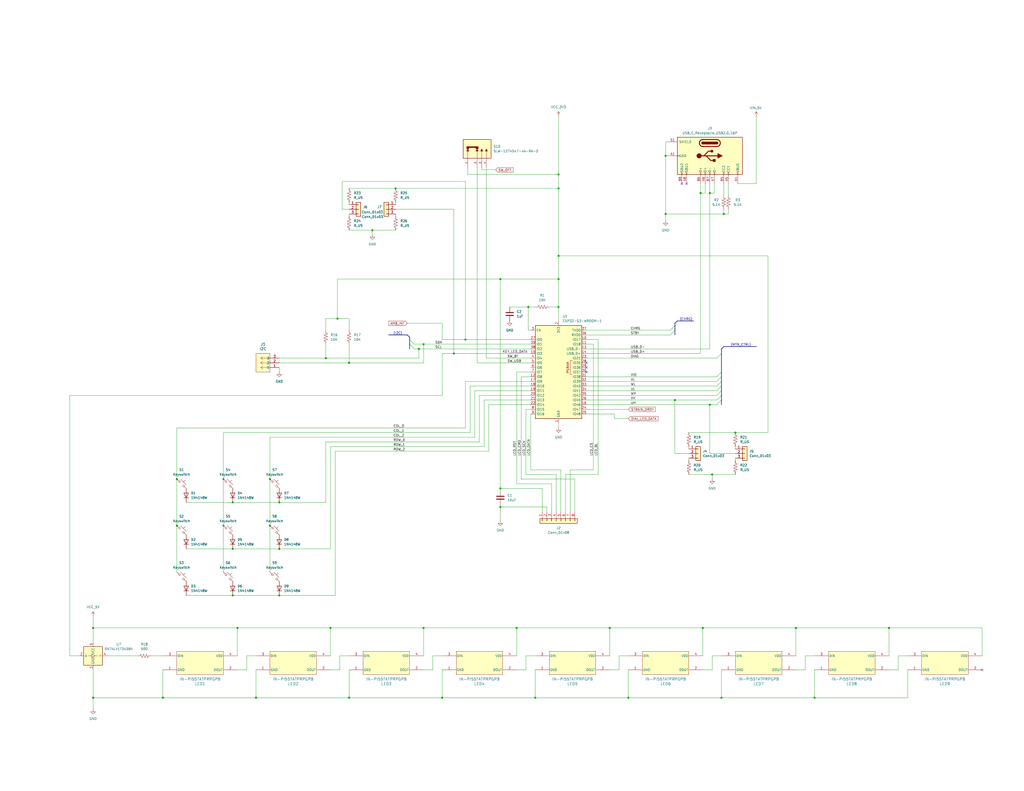
<source format=kicad_sch>
(kicad_sch (version 20231120) (generator "eeschema") (generator_version "8.0")
  (paper "C")
  (title_block (title "MCU") (date "2025-03-28") (rev "0") (company "Biro") (comment 1 "Biro 1"))
  (lib_symbols
    (symbol "Connector:USB_C_Receptacle_USB2.0_16P" (pin_names (offset 1.016))
      (property "Reference" "J" (at 0 22.225 0))
      (property "Value" "USB_C_Receptacle_USB2.0_16P" (at 0 19.685 0))
      (symbol "USB_C_Receptacle_USB2.0_16P_1_1"
        (pin passive line (at 0 -22.86 90) (length 5.08) (name "GND") (number "A1"))
        (pin passive line (at 0 -22.86 90) (length 5.08) hide (name "GND") (number "A12"))
        (pin passive line (at 15.24 15.24 180) (length 5.08) (name "VBUS") (number "A4"))
        (pin bidirectional line (at 15.24 10.16 180) (length 5.08) (name "CC1") (number "A5"))
        (pin bidirectional line (at 15.24 -2.54 180) (length 5.08) (name "D+") (number "A6"))
        (pin bidirectional line (at 15.24 2.54 180) (length 5.08) (name "D-") (number "A7"))
        (pin bidirectional line (at 15.24 -12.7 180) (length 5.08) (name "SBU1") (number "A8"))
        (pin passive line (at 15.24 15.24 180) (length 5.08) hide (name "VBUS") (number "A9"))
        (pin passive line (at 0 -22.86 90) (length 5.08) hide (name "GND") (number "B1"))
        (pin passive line (at 0 -22.86 90) (length 5.08) hide (name "GND") (number "B12"))
        (pin passive line (at 15.24 15.24 180) (length 5.08) hide (name "VBUS") (number "B4"))
        (pin bidirectional line (at 15.24 7.62 180) (length 5.08) (name "CC2") (number "B5"))
        (pin bidirectional line (at 15.24 -5.08 180) (length 5.08) (name "D+") (number "B6"))
        (pin bidirectional line (at 15.24 0 180) (length 5.08) (name "D-") (number "B7"))
        (pin bidirectional line (at 15.24 -15.24 180) (length 5.08) (name "SBU2") (number "B8"))
        (pin passive line (at 15.24 15.24 180) (length 5.08) hide (name "VBUS") (number "B9"))
        (pin passive line (at -7.62 -22.86 90) (length 5.08) (name "SHIELD") (number "S1"))
      )
    )
    (symbol "Connector_Generic:Conn_01x03" (pin_names (offset 1.016) hide)
      (property "Reference" "J" (at 0 5.08 0))
      (property "Value" "Conn_01x03" (at 0 -5.08 0))
      (symbol "Conn_01x03_1_1"
        (pin passive line (at -5.08 2.54 0) (length 3.81) (name "Pin_1") (number "1"))
        (pin passive line (at -5.08 0 0) (length 3.81) (name "Pin_2") (number "2"))
        (pin passive line (at -5.08 -2.54 0) (length 3.81) (name "Pin_3") (number "3"))
      )
    )
    (symbol "Connector_Generic:Conn_01x08" (pin_names (offset 1.016) hide)
      (property "Reference" "J" (at 0 10.16 0))
      (property "Value" "Conn_01x08" (at 0 -12.7 0))
      (symbol "Conn_01x08_1_1"
        (pin passive line (at -5.08 7.62 0) (length 3.81) (name "Pin_1") (number "1"))
        (pin passive line (at -5.08 5.08 0) (length 3.81) (name "Pin_2") (number "2"))
        (pin passive line (at -5.08 2.54 0) (length 3.81) (name "Pin_3") (number "3"))
        (pin passive line (at -5.08 0 0) (length 3.81) (name "Pin_4") (number "4"))
        (pin passive line (at -5.08 -2.54 0) (length 3.81) (name "Pin_5") (number "5"))
        (pin passive line (at -5.08 -5.08 0) (length 3.81) (name "Pin_6") (number "6"))
        (pin passive line (at -5.08 -7.62 0) (length 3.81) (name "Pin_7") (number "7"))
        (pin passive line (at -5.08 -10.16 0) (length 3.81) (name "Pin_8") (number "8"))
      )
    )
    (symbol "Device:C" (pin_numbers hide) (pin_names (offset 0.254))
      (property "Reference" "C" (at 0.635 2.54 0))
      (property "Value" "C" (at 0.635 -2.54 0))
      (symbol "C_1_1"
        (pin passive line (at 0 3.81 270) (length 2.794) (name "~") (number "1"))
        (pin passive line (at 0 -3.81 90) (length 2.794) (name "~") (number "2"))
      )
    )
    (symbol "Device:R_US" (pin_numbers hide) (pin_names (offset 0))
      (property "Reference" "R" (at 2.54 0 90))
      (property "Value" "R_US" (at -2.54 0 90))
      (symbol "R_US_1_1"
        (pin passive line (at 0 3.81 270) (length 1.27) (name "~") (number "1"))
        (pin passive line (at 0 -3.81 90) (length 1.27) (name "~") (number "2"))
      )
    )
    (symbol "Diode:1N4148W" (pin_numbers hide) (pin_names hide)
      (property "Reference" "D" (at 0 2.54 0))
      (property "Value" "1N4148W" (at 0 -2.54 0))
      (symbol "1N4148W_1_1"
        (pin passive line (at -3.81 0 0) (length 2.54) (name "K") (number "1"))
        (pin passive line (at 3.81 0 180) (length 2.54) (name "A") (number "2"))
      )
    )
    (symbol "Logic_LevelTranslator:SN74LV1T34DBV"
      (property "Reference" "U" (at 5.08 6.35 0))
      (property "Value" "SN74LV1T34DBV" (at 5.08 3.81 0))
      (symbol "SN74LV1T34DBV_1_1"
        (pin no_connect line (at -5.08 2.54 0) (length 2.54) hide (name "NC") (number "1"))
        (pin input line (at -7.62 0 0) (length 2.54) (name "A") (number "2"))
        (pin power_in line (at 0 -7.62 90) (length 2.54) (name "GND") (number "3"))
        (pin output line (at 7.62 0 180) (length 2.54) (name "Y") (number "4"))
        (pin power_in line (at 0 7.62 270) (length 2.54) (name "VCC") (number "5"))
      )
    )
    (symbol "RF_Module:ESP32-S3-WROOM-1"
      (property "Reference" "U" (at -12.7 26.67 0))
      (property "Value" "ESP32-S3-WROOM-1" (at 12.7 26.67 0))
      (symbol "ESP32-S3-WROOM-1_0_0"
        (text "PSRAM" (at 5.08 2.54 900) (effects (font (size 1.27 1.27))))
      )
      (symbol "ESP32-S3-WROOM-1_1_1"
        (pin power_in line (at 0 -27.94 90) (length 2.54) (name "GND") (number "1"))
        (pin bidirectional line (at 15.24 17.78 180) (length 2.54) (name "IO17") (number "10"))
        (pin bidirectional line (at 15.24 15.24 180) (length 2.54) (name "IO18") (number "11"))
        (pin bidirectional line (at -15.24 -2.54 0) (length 2.54) (name "IO8") (number "12"))
        (pin bidirectional line (at 15.24 12.7 180) (length 2.54) (name "USB_D-") (number "13"))
        (pin bidirectional line (at 15.24 10.16 180) (length 2.54) (name "USB_D+") (number "14"))
        (pin bidirectional line (at -15.24 10.16 0) (length 2.54) (name "IO3") (number "15"))
        (pin bidirectional line (at 15.24 -17.78 180) (length 2.54) (name "IO46") (number "16"))
        (pin bidirectional line (at -15.24 -5.08 0) (length 2.54) (name "IO9") (number "17"))
        (pin bidirectional line (at -15.24 -7.62 0) (length 2.54) (name "IO10") (number "18"))
        (pin bidirectional line (at -15.24 -10.16 0) (length 2.54) (name "IO11") (number "19"))
        (pin power_in line (at 0 27.94 270) (length 2.54) (name "3V3") (number "2"))
        (pin bidirectional line (at -15.24 -12.7 0) (length 2.54) (name "IO12") (number "20"))
        (pin bidirectional line (at -15.24 -15.24 0) (length 2.54) (name "IO13") (number "21"))
        (pin bidirectional line (at -15.24 -17.78 0) (length 2.54) (name "IO14") (number "22"))
        (pin bidirectional line (at 15.24 7.62 180) (length 2.54) (name "IO21") (number "23"))
        (pin bidirectional line (at 15.24 -20.32 180) (length 2.54) (name "IO47") (number "24"))
        (pin bidirectional line (at 15.24 -22.86 180) (length 2.54) (name "IO48") (number "25"))
        (pin bidirectional line (at 15.24 -15.24 180) (length 2.54) (name "IO45") (number "26"))
        (pin bidirectional line (at -15.24 17.78 0) (length 2.54) (name "IO0") (number "27"))
        (pin bidirectional line (at 15.24 5.08 180) (length 2.54) (name "IO35") (number "28"))
        (pin bidirectional line (at 15.24 2.54 180) (length 2.54) (name "IO36") (number "29"))
        (pin input line (at -15.24 22.86 0) (length 2.54) (name "EN") (number "3"))
        (pin bidirectional line (at 15.24 0 180) (length 2.54) (name "IO37") (number "30"))
        (pin bidirectional line (at 15.24 -2.54 180) (length 2.54) (name "IO38") (number "31"))
        (pin bidirectional line (at 15.24 -5.08 180) (length 2.54) (name "IO39") (number "32"))
        (pin bidirectional line (at 15.24 -7.62 180) (length 2.54) (name "IO40") (number "33"))
        (pin bidirectional line (at 15.24 -10.16 180) (length 2.54) (name "IO41") (number "34"))
        (pin bidirectional line (at 15.24 -12.7 180) (length 2.54) (name "IO42") (number "35"))
        (pin bidirectional line (at 15.24 20.32 180) (length 2.54) (name "RXD0") (number "36"))
        (pin bidirectional line (at 15.24 22.86 180) (length 2.54) (name "TXD0") (number "37"))
        (pin bidirectional line (at -15.24 12.7 0) (length 2.54) (name "IO2") (number "38"))
        (pin bidirectional line (at -15.24 15.24 0) (length 2.54) (name "IO1") (number "39"))
        (pin bidirectional line (at -15.24 7.62 0) (length 2.54) (name "IO4") (number "4"))
        (pin passive line (at 0 -27.94 90) (length 2.54) hide (name "GND") (number "40"))
        (pin passive line (at 0 -27.94 90) (length 2.54) hide (name "GND") (number "41"))
        (pin bidirectional line (at -15.24 5.08 0) (length 2.54) (name "IO5") (number "5"))
        (pin bidirectional line (at -15.24 2.54 0) (length 2.54) (name "IO6") (number "6"))
        (pin bidirectional line (at -15.24 0 0) (length 2.54) (name "IO7") (number "7"))
        (pin bidirectional line (at -15.24 -20.32 0) (length 2.54) (name "IO15") (number "8"))
        (pin bidirectional line (at -15.24 -22.86 0) (length 2.54) (name "IO16") (number "9"))
      )
    )
    (symbol "ScottoKeebs:Placeholder_Keyswitch" (pin_numbers hide) (pin_names (offset 1.016) hide)
      (property "Reference" "S" (at 3.048 1.016 0))
      (property "Value" "Keyswitch" (at 0 -3.81 0))
      (symbol "Placeholder_Keyswitch_0_1"
        (pin passive line (at -2.54 2.54 0) (length 0) (name "1") (number "1"))
        (pin passive line (at 2.54 -2.54 180) (length 0) (name "2") (number "2"))
      )
    )
    (symbol "my_lib:22232031" (pin_names (offset 0.254))
      (property "Reference" "J" (at 8.89 6.35 0))
      (property "Value" "22232031" (at 0 0 0))
      (symbol "22232031_1_1"
        (pin unspecified line (at 0 0 0) (length 5.08) (name "1") (number "1"))
        (pin unspecified line (at 0 -2.54 0) (length 5.08) (name "2") (number "2"))
        (pin unspecified line (at 0 -5.08 0) (length 5.08) (name "3") (number "3"))
      )
      (symbol "22232031_1_2"
        (pin unspecified line (at 0 0 0) (length 5.08) (name "1") (number "1"))
        (pin unspecified line (at 0 -2.54 0) (length 5.08) (name "2") (number "2"))
        (pin unspecified line (at 0 -5.08 0) (length 5.08) (name "3") (number "3"))
      )
    )
    (symbol "my_lib:IN-PI55TATPRPGPB" (pin_names (offset 0.254))
      (property "Reference" "LED" (at 20.32 7.62 0))
      (property "Value" "IN-PI55TATPRPGPB" (at 20.32 5.08 0))
      (symbol "IN-PI55TATPRPGPB_0_1"
        (pin power_out line (at 0 0 0) (length 7.62) (name "GND") (number "1"))
        (pin output line (at 40.64 0 180) (length 7.62) (name "DOUT") (number "2"))
        (pin input line (at 0 -7.62 0) (length 7.62) (name "DIN") (number "3"))
        (pin power_in line (at 40.64 -7.62 180) (length 7.62) (name "VDD") (number "4"))
      )
    )
    (symbol "my_lib:SLW-1274547-4A-RA-D" (pin_names (offset 1.016))
      (property "Reference" "S" (at -5.08 8.89 0))
      (property "Value" "SLW-1274547-4A-RA-D" (at -5.08 -8.89 0))
      (symbol "SLW-1274547-4A-RA-D_0_0"
        (pin passive line (at -10.16 5.08 0) (length 5.08) (name "~") (number "1"))
        (pin passive line (at -10.16 0 0) (length 5.08) (name "~") (number "2"))
        (pin passive line (at -10.16 -2.54 0) (length 5.08) (name "~") (number "3"))
        (pin passive line (at -10.16 -5.08 0) (length 5.08) (name "~") (number "4"))
      )
    )
    (symbol "power:+3V3" (power) (pin_numbers hide) (pin_names (offset 0) hide)
      (property "Value" "+3V3" (at 0 3.556 0))
      (symbol "+3V3_1_1"
        (pin power_in line (at 0 0 90) (length 0) (name "~") (number "1"))
      )
    )
    (symbol "power:+5V" (power) (pin_numbers hide) (pin_names (offset 0) hide)
      (property "Value" "+5V" (at 0 3.556 0))
      (symbol "+5V_1_1"
        (pin power_in line (at 0 0 90) (length 0) (name "~") (number "1"))
      )
    )
    (symbol "power:GND" (power) (pin_numbers hide) (pin_names (offset 0) hide)
      (property "Value" "GND" (at 0 -3.81 0))
      (symbol "GND_1_1"
        (pin power_in line (at 0 0 270) (length 0) (name "~") (number "1"))
      )
    )
    (symbol "power:VCC" (power) (pin_numbers hide) (pin_names (offset 0) hide)
      (property "Value" "VCC" (at 0 3.556 0))
      (symbol "VCC_1_1"
        (pin power_in line (at 0 0 90) (length 0) (name "~") (number "1"))
      )
    )
  )
  (bus_alias "CHRG" (members "CHRG" "STBY"))
  (junction (at 121.92 261.62))
  (junction (at 231.14 187.96))
  (junction (at 147.32 287.02))
  (junction (at 363.22 116.84))
  (junction (at 190.5 198.12))
  (junction (at 394.97 116.84))
  (junction (at 241.3 381))
  (junction (at 383.54 342.9))
  (junction (at 129.54 342.9))
  (junction (at 215.9 102.87))
  (junction (at 304.8 152.4))
  (junction (at 177.8 195.58))
  (junction (at 184.15 173.99))
  (junction (at 393.7 381))
  (junction (at 382.27 105.41))
  (junction (at 368.3 218.44))
  (junction (at 127 274.32))
  (junction (at 127 299.72))
  (junction (at 342.9 381))
  (junction (at 96.52 287.02))
  (junction (at 180.34 342.9))
  (junction (at 281.94 342.9))
  (junction (at 139.7 381))
  (junction (at 304.8 102.87))
  (junction (at 304.8 139.7))
  (junction (at 254 185.42))
  (junction (at 247.65 193.04))
  (junction (at 121.92 287.02))
  (junction (at 88.9 381))
  (junction (at 273.05 152.4))
  (junction (at 292.1 381))
  (junction (at 304.8 95.25))
  (junction (at 152.4 299.72))
  (junction (at 50.8 381))
  (junction (at 485.14 342.9))
  (junction (at 388.62 259.08))
  (junction (at 273.05 276.86))
  (junction (at 231.14 342.9))
  (junction (at 152.4 325.12))
  (junction (at 304.8 167.64))
  (junction (at 434.34 342.9))
  (junction (at 96.52 261.62))
  (junction (at 401.32 236.22))
  (junction (at 332.74 342.9))
  (junction (at 288.29 167.64))
  (junction (at 273.05 266.7))
  (junction (at 444.5 381))
  (junction (at 152.4 274.32))
  (junction (at 228.6 190.5))
  (junction (at 387.35 105.41))
  (junction (at 147.32 261.62))
  (junction (at 203.2 125.73))
  (junction (at 387.35 220.98))
  (junction (at 190.5 381))
  (junction (at 363.22 85.09))
  (junction (at 127 325.12))
  (junction (at 50.8 342.9))
  (no_connect (at 320.04 198.12))
  (no_connect (at 320.04 200.66))
  (no_connect (at 535.94 365.76))
  (no_connect (at 372.11 100.33))
  (no_connect (at 374.65 100.33))
  (no_connect (at 320.04 203.2))
  (bus_entry (at 393.7 203.2) (size -2.54 2.54))
  (bus_entry (at 393.7 208.28) (size -2.54 2.54))
  (bus_entry (at 393.7 218.44) (size -2.54 2.54))
  (bus_entry (at 223.52 187.96) (size 2.54 2.54))
  (bus_entry (at 223.52 185.42) (size 2.54 2.54))
  (bus_entry (at 393.7 215.9) (size -2.54 2.54))
  (bus_entry (at 368.3 180.34) (size -2.54 2.54))
  (bus_entry (at 368.3 177.8) (size -2.54 2.54))
  (bus_entry (at 393.7 213.36) (size -2.54 2.54))
  (bus_entry (at 393.7 210.82) (size -2.54 2.54))
  (bus_entry (at 393.7 205.74) (size -2.54 2.54))
  (bus_entry (at 393.7 193.04) (size -2.54 2.54))
  (bus (pts (xy 223.52 184.15) (xy 223.52 185.42)))
  (wire (pts (xy 311.15 256.54) (xy 311.15 279.4)))
  (wire (pts (xy 184.15 173.99) (xy 190.5 173.99)))
  (wire (pts (xy 121.92 261.62) (xy 121.92 287.02)))
  (wire (pts (xy 38.1 358.14) (xy 43.18 358.14)))
  (wire (pts (xy 337.82 365.76) (xy 337.82 358.14)))
  (wire (pts (xy 287.02 259.08) (xy 303.53 259.08)))
  (wire (pts (xy 387.35 190.5) (xy 320.04 190.5)))
  (wire (pts (xy 389.89 105.41) (xy 387.35 105.41)))
  (wire (pts (xy 320.04 220.98) (xy 387.35 220.98)))
  (wire (pts (xy 147.32 238.76) (xy 259.08 238.76)))
  (wire (pts (xy 363.22 85.09) (xy 364.49 85.09)))
  (wire (pts (xy 50.8 365.76) (xy 50.8 381)))
  (bus (pts (xy 393.7 190.5) (xy 393.7 193.04)))
  (wire (pts (xy 247.65 114.3) (xy 247.65 193.04)))
  (wire (pts (xy 241.3 176.53) (xy 241.3 185.42)))
  (wire (pts (xy 304.8 231.14) (xy 304.8 233.68)))
  (wire (pts (xy 335.28 228.6) (xy 342.9 228.6)))
  (wire (pts (xy 139.7 365.76) (xy 139.7 381)))
  (wire (pts (xy 384.81 100.33) (xy 384.81 105.41)))
  (wire (pts (xy 323.85 256.54) (xy 311.15 256.54)))
  (wire (pts (xy 304.8 63.5) (xy 304.8 95.25)))
  (wire (pts (xy 96.52 233.68) (xy 96.52 261.62)))
  (wire (pts (xy 375.92 243.84) (xy 375.92 245.11)))
  (bus (pts (xy 212.09 182.88) (xy 222.25 182.88)))
  (wire (pts (xy 289.56 193.04) (xy 247.65 193.04)))
  (wire (pts (xy 231.14 198.12) (xy 231.14 187.96)))
  (wire (pts (xy 152.4 195.58) (xy 177.8 195.58)))
  (bus (pts (xy 368.3 176.53) (xy 368.3 177.8)))
  (wire (pts (xy 273.05 152.4) (xy 184.15 152.4)))
  (wire (pts (xy 266.7 220.98) (xy 289.56 220.98)))
  (wire (pts (xy 281.94 342.9) (xy 281.94 358.14)))
  (wire (pts (xy 364.49 77.47) (xy 363.22 77.47)))
  (wire (pts (xy 388.62 358.14) (xy 393.7 358.14)))
  (wire (pts (xy 389.89 100.33) (xy 389.89 105.41)))
  (wire (pts (xy 180.34 243.84) (xy 264.16 243.84)))
  (wire (pts (xy 393.7 365.76) (xy 393.7 381)))
  (wire (pts (xy 284.48 205.74) (xy 284.48 261.62)))
  (wire (pts (xy 382.27 105.41) (xy 382.27 193.04)))
  (wire (pts (xy 394.97 116.84) (xy 363.22 116.84)))
  (wire (pts (xy 222.25 176.53) (xy 241.3 176.53)))
  (wire (pts (xy 388.62 259.08) (xy 388.62 261.62)))
  (wire (pts (xy 304.8 167.64) (xy 304.8 175.26)))
  (wire (pts (xy 388.62 259.08) (xy 401.32 259.08)))
  (wire (pts (xy 320.04 195.58) (xy 391.16 195.58)))
  (wire (pts (xy 273.05 267.97) (xy 273.05 266.7)))
  (bus (pts (xy 393.7 215.9) (xy 393.7 218.44)))
  (wire (pts (xy 320.04 223.52) (xy 342.9 223.52)))
  (wire (pts (xy 228.6 190.5) (xy 289.56 190.5)))
  (wire (pts (xy 401.32 236.22) (xy 419.1 236.22)))
  (wire (pts (xy 241.3 193.04) (xy 241.3 215.9)))
  (bus (pts (xy 223.52 185.42) (xy 223.52 187.96)))
  (wire (pts (xy 50.8 381) (xy 88.9 381)))
  (wire (pts (xy 393.7 381) (xy 444.5 381)))
  (wire (pts (xy 284.48 261.62) (xy 313.69 261.62)))
  (wire (pts (xy 320.04 208.28) (xy 391.16 208.28)))
  (wire (pts (xy 182.88 325.12) (xy 182.88 246.38)))
  (wire (pts (xy 394.97 114.3) (xy 394.97 116.84)))
  (wire (pts (xy 320.04 210.82) (xy 391.16 210.82)))
  (wire (pts (xy 152.4 325.12) (xy 182.88 325.12)))
  (wire (pts (xy 394.97 106.68) (xy 394.97 100.33)))
  (wire (pts (xy 289.56 226.06) (xy 289.56 256.54)))
  (wire (pts (xy 387.35 220.98) (xy 391.16 220.98)))
  (wire (pts (xy 180.34 342.9) (xy 180.34 358.14)))
  (wire (pts (xy 289.56 256.54) (xy 306.07 256.54)))
  (wire (pts (xy 387.35 100.33) (xy 387.35 105.41)))
  (wire (pts (xy 184.15 152.4) (xy 184.15 173.99)))
  (wire (pts (xy 88.9 365.76) (xy 88.9 381)))
  (wire (pts (xy 190.5 118.11) (xy 190.5 116.84)))
  (wire (pts (xy 256.54 236.22) (xy 256.54 210.82)))
  (wire (pts (xy 273.05 152.4) (xy 273.05 266.7)))
  (wire (pts (xy 326.39 185.42) (xy 326.39 259.08)))
  (wire (pts (xy 129.54 365.76) (xy 134.62 365.76)))
  (wire (pts (xy 215.9 102.87) (xy 304.8 102.87)))
  (wire (pts (xy 289.56 205.74) (xy 284.48 205.74)))
  (wire (pts (xy 147.32 261.62) (xy 147.32 287.02)))
  (wire (pts (xy 152.4 299.72) (xy 180.34 299.72)))
  (wire (pts (xy 226.06 187.96) (xy 231.14 187.96)))
  (wire (pts (xy 259.08 238.76) (xy 259.08 213.36)))
  (wire (pts (xy 375.92 259.08) (xy 388.62 259.08)))
  (bus (pts (xy 393.7 213.36) (xy 393.7 215.9)))
  (wire (pts (xy 236.22 365.76) (xy 236.22 358.14)))
  (wire (pts (xy 127 299.72) (xy 152.4 299.72)))
  (wire (pts (xy 320.04 182.88) (xy 365.76 182.88)))
  (wire (pts (xy 320.04 205.74) (xy 391.16 205.74)))
  (wire (pts (xy 261.62 215.9) (xy 289.56 215.9)))
  (wire (pts (xy 261.62 241.3) (xy 261.62 215.9)))
  (wire (pts (xy 375.92 251.46) (xy 375.92 250.19)))
  (bus (pts (xy 369.57 175.26) (xy 378.46 175.26)))
  (wire (pts (xy 190.5 198.12) (xy 231.14 198.12)))
  (wire (pts (xy 382.27 100.33) (xy 382.27 105.41)))
  (wire (pts (xy 190.5 365.76) (xy 190.5 381)))
  (wire (pts (xy 419.1 139.7) (xy 304.8 139.7)))
  (wire (pts (xy 292.1 381) (xy 342.9 381)))
  (wire (pts (xy 96.52 261.62) (xy 96.52 287.02)))
  (wire (pts (xy 101.6 299.72) (xy 127 299.72)))
  (wire (pts (xy 101.6 325.12) (xy 127 325.12)))
  (wire (pts (xy 388.62 365.76) (xy 388.62 358.14)))
  (wire (pts (xy 383.54 342.9) (xy 383.54 358.14)))
  (bus (pts (xy 393.7 218.44) (xy 393.7 220.98)))
  (bus (pts (xy 394.97 189.23) (xy 412.75 189.23)))
  (wire (pts (xy 326.39 259.08) (xy 308.61 259.08)))
  (wire (pts (xy 287.02 223.52) (xy 287.02 259.08)))
  (wire (pts (xy 50.8 381) (xy 50.8 387.35)))
  (wire (pts (xy 254 208.28) (xy 289.56 208.28)))
  (wire (pts (xy 96.52 287.02) (xy 96.52 312.42)))
  (wire (pts (xy 304.8 152.4) (xy 304.8 167.64)))
  (wire (pts (xy 495.3 381) (xy 495.3 365.76)))
  (wire (pts (xy 490.22 365.76) (xy 490.22 358.14)))
  (bus (pts (xy 223.52 187.96) (xy 223.52 190.5)))
  (wire (pts (xy 308.61 259.08) (xy 308.61 279.4)))
  (wire (pts (xy 292.1 167.64) (xy 288.29 167.64)))
  (wire (pts (xy 485.14 342.9) (xy 485.14 358.14)))
  (wire (pts (xy 247.65 193.04) (xy 241.3 193.04)))
  (wire (pts (xy 260.35 91.44) (xy 260.35 198.12)))
  (wire (pts (xy 236.22 358.14) (xy 241.3 358.14)))
  (wire (pts (xy 190.5 173.99) (xy 190.5 180.34)))
  (wire (pts (xy 265.43 195.58) (xy 289.56 195.58)))
  (wire (pts (xy 320.04 180.34) (xy 365.76 180.34)))
  (wire (pts (xy 397.51 106.68) (xy 397.51 100.33)))
  (wire (pts (xy 50.8 342.9) (xy 129.54 342.9)))
  (bus (pts (xy 393.7 210.82) (xy 393.7 213.36)))
  (wire (pts (xy 320.04 187.96) (xy 323.85 187.96)))
  (wire (pts (xy 287.02 365.76) (xy 287.02 358.14)))
  (wire (pts (xy 439.42 365.76) (xy 439.42 358.14)))
  (wire (pts (xy 383.54 365.76) (xy 388.62 365.76)))
  (wire (pts (xy 231.14 342.9) (xy 231.14 358.14)))
  (wire (pts (xy 152.4 274.32) (xy 177.8 274.32)))
  (wire (pts (xy 96.52 233.68) (xy 254 233.68)))
  (wire (pts (xy 256.54 210.82) (xy 289.56 210.82)))
  (wire (pts (xy 485.14 342.9) (xy 535.94 342.9)))
  (wire (pts (xy 215.9 114.3) (xy 247.65 114.3)))
  (wire (pts (xy 281.94 342.9) (xy 332.74 342.9)))
  (wire (pts (xy 387.35 105.41) (xy 387.35 190.5)))
  (wire (pts (xy 262.89 92.71) (xy 262.89 91.44)))
  (wire (pts (xy 273.05 275.59) (xy 273.05 276.86)))
  (wire (pts (xy 335.28 226.06) (xy 320.04 226.06)))
  (wire (pts (xy 134.62 365.76) (xy 134.62 358.14)))
  (wire (pts (xy 281.94 365.76) (xy 287.02 365.76)))
  (wire (pts (xy 287.02 358.14) (xy 292.1 358.14)))
  (wire (pts (xy 273.05 276.86) (xy 273.05 284.48)))
  (bus (pts (xy 393.7 205.74) (xy 393.7 208.28)))
  (wire (pts (xy 262.89 92.71) (xy 270.51 92.71)))
  (wire (pts (xy 186.69 114.3) (xy 186.69 99.06)))
  (wire (pts (xy 332.74 342.9) (xy 332.74 358.14)))
  (wire (pts (xy 535.94 342.9) (xy 535.94 358.14)))
  (wire (pts (xy 485.14 365.76) (xy 490.22 365.76)))
  (wire (pts (xy 289.56 180.34) (xy 288.29 180.34)))
  (bus (pts (xy 368.3 177.8) (xy 368.3 180.34)))
  (bus (pts (xy 368.3 180.34) (xy 368.3 182.88)))
  (wire (pts (xy 300.99 264.16) (xy 300.99 279.4)))
  (wire (pts (xy 127 274.32) (xy 152.4 274.32)))
  (wire (pts (xy 383.54 342.9) (xy 434.34 342.9)))
  (wire (pts (xy 147.32 238.76) (xy 147.32 261.62)))
  (wire (pts (xy 190.5 110.49) (xy 190.5 111.76)))
  (wire (pts (xy 304.8 139.7) (xy 304.8 152.4)))
  (wire (pts (xy 303.53 259.08) (xy 303.53 279.4)))
  (wire (pts (xy 152.4 200.66) (xy 152.4 203.2)))
  (wire (pts (xy 281.94 264.16) (xy 300.99 264.16)))
  (bus (pts (xy 393.7 203.2) (xy 393.7 205.74)))
  (wire (pts (xy 260.35 198.12) (xy 289.56 198.12)))
  (wire (pts (xy 434.34 342.9) (xy 434.34 358.14)))
  (wire (pts (xy 177.8 180.34) (xy 177.8 173.99)))
  (wire (pts (xy 434.34 365.76) (xy 439.42 365.76)))
  (wire (pts (xy 335.28 228.6) (xy 335.28 226.06)))
  (wire (pts (xy 190.5 102.87) (xy 215.9 102.87)))
  (wire (pts (xy 363.22 85.09) (xy 363.22 116.84)))
  (wire (pts (xy 152.4 198.12) (xy 190.5 198.12)))
  (wire (pts (xy 444.5 365.76) (xy 444.5 381)))
  (wire (pts (xy 127 325.12) (xy 152.4 325.12)))
  (wire (pts (xy 182.88 246.38) (xy 266.7 246.38)))
  (wire (pts (xy 180.34 342.9) (xy 231.14 342.9)))
  (wire (pts (xy 278.13 167.64) (xy 288.29 167.64)))
  (wire (pts (xy 177.8 187.96) (xy 177.8 195.58)))
  (wire (pts (xy 384.81 105.41) (xy 382.27 105.41)))
  (wire (pts (xy 147.32 287.02) (xy 147.32 312.42)))
  (wire (pts (xy 255.27 95.25) (xy 304.8 95.25)))
  (wire (pts (xy 401.32 243.84) (xy 401.32 245.11)))
  (wire (pts (xy 323.85 187.96) (xy 323.85 256.54)))
  (wire (pts (xy 231.14 342.9) (xy 281.94 342.9)))
  (wire (pts (xy 306.07 256.54) (xy 306.07 279.4)))
  (wire (pts (xy 304.8 102.87) (xy 304.8 139.7)))
  (wire (pts (xy 313.69 261.62) (xy 313.69 279.4)))
  (wire (pts (xy 255.27 91.44) (xy 255.27 95.25)))
  (wire (pts (xy 288.29 180.34) (xy 288.29 167.64)))
  (wire (pts (xy 363.22 77.47) (xy 363.22 85.09)))
  (wire (pts (xy 254 99.06) (xy 254 185.42)))
  (wire (pts (xy 121.92 236.22) (xy 121.92 261.62)))
  (wire (pts (xy 121.92 287.02) (xy 121.92 312.42)))
  (wire (pts (xy 226.06 190.5) (xy 228.6 190.5)))
  (wire (pts (xy 289.56 203.2) (xy 281.94 203.2)))
  (bus (pts (xy 368.3 176.53) (xy 369.57 175.26)))
  (wire (pts (xy 185.42 365.76) (xy 185.42 358.14)))
  (wire (pts (xy 180.34 299.72) (xy 180.34 243.84)))
  (wire (pts (xy 434.34 342.9) (xy 485.14 342.9)))
  (wire (pts (xy 129.54 342.9) (xy 129.54 358.14)))
  (wire (pts (xy 368.3 247.65) (xy 368.3 218.44)))
  (wire (pts (xy 292.1 365.76) (xy 292.1 381)))
  (wire (pts (xy 129.54 342.9) (xy 180.34 342.9)))
  (wire (pts (xy 401.32 251.46) (xy 401.32 250.19)))
  (wire (pts (xy 38.1 215.9) (xy 38.1 358.14)))
  (wire (pts (xy 177.8 241.3) (xy 261.62 241.3)))
  (wire (pts (xy 295.91 279.4) (xy 295.91 266.7)))
  (wire (pts (xy 177.8 173.99) (xy 184.15 173.99)))
  (wire (pts (xy 190.5 125.73) (xy 203.2 125.73)))
  (wire (pts (xy 320.04 218.44) (xy 368.3 218.44)))
  (bus (pts (xy 393.7 208.28) (xy 393.7 210.82)))
  (wire (pts (xy 121.92 236.22) (xy 256.54 236.22)))
  (wire (pts (xy 332.74 365.76) (xy 337.82 365.76)))
  (wire (pts (xy 419.1 236.22) (xy 419.1 139.7)))
  (wire (pts (xy 231.14 187.96) (xy 289.56 187.96)))
  (wire (pts (xy 304.8 95.25) (xy 304.8 102.87)))
  (wire (pts (xy 215.9 118.11) (xy 215.9 116.84)))
  (wire (pts (xy 177.8 241.3) (xy 177.8 274.32)))
  (wire (pts (xy 50.8 336.55) (xy 50.8 342.9)))
  (wire (pts (xy 241.3 365.76) (xy 241.3 381)))
  (bus (pts (xy 393.7 193.04) (xy 393.7 203.2)))
  (wire (pts (xy 82.55 358.14) (xy 88.9 358.14)))
  (wire (pts (xy 139.7 381) (xy 190.5 381)))
  (wire (pts (xy 264.16 243.84) (xy 264.16 218.44)))
  (wire (pts (xy 58.42 358.14) (xy 74.93 358.14)))
  (wire (pts (xy 254 185.42) (xy 289.56 185.42)))
  (wire (pts (xy 241.3 381) (xy 292.1 381)))
  (wire (pts (xy 368.3 218.44) (xy 391.16 218.44)))
  (wire (pts (xy 190.5 114.3) (xy 186.69 114.3)))
  (wire (pts (xy 320.04 213.36) (xy 391.16 213.36)))
  (wire (pts (xy 289.56 223.52) (xy 287.02 223.52)))
  (wire (pts (xy 50.8 342.9) (xy 50.8 350.52)))
  (wire (pts (xy 134.62 358.14) (xy 139.7 358.14)))
  (wire (pts (xy 397.51 114.3) (xy 397.51 116.84)))
  (wire (pts (xy 281.94 203.2) (xy 281.94 264.16)))
  (wire (pts (xy 320.04 185.42) (xy 326.39 185.42)))
  (wire (pts (xy 215.9 110.49) (xy 215.9 111.76)))
  (wire (pts (xy 203.2 125.73) (xy 215.9 125.73)))
  (wire (pts (xy 299.72 167.64) (xy 304.8 167.64)))
  (wire (pts (xy 439.42 358.14) (xy 444.5 358.14)))
  (wire (pts (xy 265.43 91.44) (xy 265.43 195.58)))
  (wire (pts (xy 264.16 218.44) (xy 289.56 218.44)))
  (wire (pts (xy 266.7 246.38) (xy 266.7 220.98)))
  (wire (pts (xy 298.45 276.86) (xy 273.05 276.86)))
  (wire (pts (xy 203.2 125.73) (xy 203.2 128.27)))
  (wire (pts (xy 342.9 365.76) (xy 342.9 381)))
  (wire (pts (xy 397.51 116.84) (xy 394.97 116.84)))
  (wire (pts (xy 228.6 195.58) (xy 228.6 190.5)))
  (wire (pts (xy 490.22 358.14) (xy 495.3 358.14)))
  (wire (pts (xy 190.5 381) (xy 241.3 381)))
  (wire (pts (xy 375.92 236.22) (xy 401.32 236.22)))
  (wire (pts (xy 337.82 358.14) (xy 342.9 358.14)))
  (wire (pts (xy 88.9 381) (xy 139.7 381)))
  (wire (pts (xy 295.91 266.7) (xy 273.05 266.7)))
  (wire (pts (xy 298.45 279.4) (xy 298.45 276.86)))
  (wire (pts (xy 402.59 100.33) (xy 412.75 100.33)))
  (wire (pts (xy 375.92 247.65) (xy 368.3 247.65)))
  (wire (pts (xy 273.05 152.4) (xy 304.8 152.4)))
  (wire (pts (xy 412.75 63.5) (xy 412.75 100.33)))
  (wire (pts (xy 342.9 381) (xy 393.7 381)))
  (wire (pts (xy 241.3 185.42) (xy 254 185.42)))
  (wire (pts (xy 241.3 215.9) (xy 38.1 215.9)))
  (wire (pts (xy 382.27 193.04) (xy 320.04 193.04)))
  (wire (pts (xy 231.14 365.76) (xy 236.22 365.76)))
  (wire (pts (xy 177.8 195.58) (xy 228.6 195.58)))
  (wire (pts (xy 186.69 99.06) (xy 254 99.06)))
  (wire (pts (xy 444.5 381) (xy 495.3 381)))
  (wire (pts (xy 180.34 365.76) (xy 185.42 365.76)))
  (bus (pts (xy 393.7 190.5) (xy 394.97 189.23)))
  (wire (pts (xy 387.35 247.65) (xy 387.35 220.98)))
  (wire (pts (xy 101.6 274.32) (xy 127 274.32)))
  (wire (pts (xy 185.42 358.14) (xy 190.5 358.14)))
  (wire (pts (xy 332.74 342.9) (xy 383.54 342.9)))
  (wire (pts (xy 254 233.68) (xy 254 208.28)))
  (wire (pts (xy 320.04 215.9) (xy 391.16 215.9)))
  (wire (pts (xy 190.5 187.96) (xy 190.5 198.12)))
  (wire (pts (xy 401.32 247.65) (xy 387.35 247.65)))
  (wire (pts (xy 363.22 116.84) (xy 363.22 120.65)))
  (bus (pts (xy 223.52 184.15) (xy 222.25 182.88)))
  (wire (pts (xy 259.08 213.36) (xy 289.56 213.36)))
  (label "LCD_SCK" (at 287.02 248.92 90))
  (label "USB_D+" (at 344.17 193.04 0))
  (label "USB_D-" (at 344.17 190.5 0))
  (label "ROW_0" (at 214.63 241.3 0))
  (label "LCD_CMD" (at 284.48 248.92 90))
  (label "SCL" (at 237.49 190.5 0))
  (label "LCD_RST" (at 281.94 248.92 90))
  (label "LCD_BL" (at 326.39 248.92 90))
  (label "LCD_CS" (at 323.85 248.92 90))
  (label "ROW_1" (at 214.63 243.84 0))
  (label "KEY_LED_DATA" (at 274.32 193.04 0))
  (label "VH" (at 344.17 218.44 0))
  (label "SW_BT" (at 276.86 195.58 0))
  (label "{MTR_CTRL}" (at 398.78 189.23 0))
  (label "{I2C}" (at 214.63 182.88 0))
  (label "CHRG" (at 344.17 180.34 0))
  (label "DIAG" (at 344.17 195.58 0))
  (label "STBY" (at 344.17 182.88 0))
  (label "VL" (at 344.17 208.28 0))
  (label "SDA" (at 237.49 187.96 0))
  (label "VIO" (at 344.17 205.74 0))
  (label "COL_0" (at 214.63 233.68 0))
  (label "WH" (at 344.17 215.9 0))
  (label "UL" (at 344.17 213.36 0))
  (label "WL" (at 344.17 210.82 0))
  (label "UH" (at 344.17 220.98 0))
  (label "ROW_2" (at 214.63 246.38 0))
  (label "SW_USB" (at 276.86 198.12 0))
  (label "LCD_DATA" (at 289.56 248.92 90))
  (label "{CHRG}" (at 370.84 175.26 0))
  (label "COL_1" (at 214.63 236.22 0))
  (label "COL_2" (at 214.63 238.76 0))
  (global_label "STRAIN_DRDY" (shape input) (at 342.9 223.52 0) (property "Intersheetrefs" "${INTERSHEET_REFS}" (effects (hide yes))))
  (global_label "AMB_INT" (shape input) (at 222.25 176.53 180) (property "Intersheetrefs" "${INTERSHEET_REFS}" (effects (hide yes))))
  (global_label "SW_OFF" (shape input) (at 270.51 92.71 0) (property "Intersheetrefs" "${INTERSHEET_REFS}" (effects (hide yes))))
  (global_label "DIAL_LED_DATA" (shape input) (at 342.9 228.6 0) (property "Intersheetrefs" "${INTERSHEET_REFS}" (effects (hide yes))))
  (symbol (lib_id "power:+5V") (at 412.75 63.5 0) (unit 1)
    (property "Reference" "#PWR7" (effects (hide yes)))
    (property "Value" "VIN_5V" (at 409.194 58.928 0) (effects (justify left)))
    (property "Description" "Power symbol creates a global label with name \"+5V\"" (effects (hide yes)))
  )
  (symbol (lib_id "Logic_LevelTranslator:SN74LV1T34DBV") (at 50.8 358.14 0) (unit 1)
    (property "Reference" "U7" (at 64.77 351.8214 0))
    (property "Value" "SN74LV1T34DBV" (at 64.77 354.3614 0))
    (property "Footprint" "Package_TO_SOT_SMD:SOT-23-5" (effects (hide yes)))
    (property "Datasheet" "https://www.ti.com/lit/ds/symlink/sn74lv1t34.pdf" (effects (hide yes)))
    (property "Description" "Single Power Supply, Single Buffer GATE, CMOS Logic, Level Shifter, SOT-23-5" (effects (hide yes)))
  )
  (symbol (lib_id "Diode:1N4148W") (at 152.4 321.31 90) (unit 1)
    (property "Reference" "D9" (at 154.94 320.0399 90) (effects (justify right)))
    (property "Value" "1N4148W" (at 154.94 322.5799 90) (effects (justify right)))
    (property "Footprint" "Diode_SMD:D_SOD-123" (effects (hide yes)))
    (property "Datasheet" "https://www.vishay.com/docs/85748/1n4148w.pdf" (effects (hide yes)))
    (property "Description" "75V 0.15A Fast Switching Diode, SOD-123" (effects (hide yes)))
    (property "Sim.Device" "D" (effects (hide yes)))
    (property "Sim.Pins" "1=K 2=A" (effects (hide yes)))
  )
  (symbol (lib_id "Diode:1N4148W") (at 101.6 321.31 90) (unit 1)
    (property "Reference" "D3" (at 104.14 320.0399 90) (effects (justify right)))
    (property "Value" "1N4148W" (at 104.14 322.5799 90) (effects (justify right)))
    (property "Footprint" "Diode_SMD:D_SOD-123" (effects (hide yes)))
    (property "Datasheet" "https://www.vishay.com/docs/85748/1n4148w.pdf" (effects (hide yes)))
    (property "Description" "75V 0.15A Fast Switching Diode, SOD-123" (effects (hide yes)))
    (property "Sim.Device" "D" (effects (hide yes)))
    (property "Sim.Pins" "1=K 2=A" (effects (hide yes)))
  )
  (symbol (lib_id "Connector:USB_C_Receptacle_USB2.0_16P") (at 387.35 85.09 270) (unit 1)
    (property "Reference" "J3" (at 387.35 70.104 90))
    (property "Value" "USB_C_Receptacle_USB2.0_16P" (at 387.35 72.644 90))
    (property "Footprint" "Connector_USB:USB_C_Receptacle_GCT_USB4105-xx-A_16P_TopMnt_Horizontal" (effects (hide yes)))
    (property "Datasheet" "https://www.usb.org/sites/default/files/documents/usb_type-c.zip" (effects (hide yes)))
    (property "Description" "USB 2.0-only 16P Type-C Receptacle connector" (effects (hide yes)))
  )
  (symbol (lib_id "Device:R_US") (at 190.5 121.92 0) (unit 1)
    (property "Reference" "R24" (at 193.04 120.6499 0) (effects (justify left)))
    (property "Value" "R_US" (at 193.04 123.1899 0) (effects (justify left)))
    (property "Description" "Resistor, US symbol" (effects (hide yes)))
  )
  (symbol (lib_id "Device:R_US") (at 401.32 240.03 0) (unit 1)
    (property "Reference" "R21" (at 403.86 238.7599 0) (effects (justify left)))
    (property "Value" "R_US" (at 403.86 241.2999 0) (effects (justify left)))
    (property "Description" "Resistor, US symbol" (effects (hide yes)))
  )
  (symbol (lib_id "my_lib:IN-PI55TATPRPGPB") (at 292.1 365.76 0) (mirror x) (unit 1)
    (property "Reference" "LED5" (at 312.42 373.38 0) (effects (font (size 1.524 1.524))))
    (property "Value" "IN-PI55TATPRPGPB" (at 312.42 370.84 0) (effects (font (size 1.524 1.524))))
    (property "Footprint" "LED_IN-PI55TAT_INL:LED_IN-PI55TAT_INL" (effects (hide yes)))
    (property "Datasheet" "IN-PI55TATPRPGPB" (effects (hide yes)))
  )
  (symbol (lib_id "power:GND") (at 363.22 120.65 0) (unit 1)
    (property "Reference" "#PWR6" (effects (hide yes)))
    (property "Value" "GND" (at 363.22 125.73 0))
    (property "Description" "Power symbol creates a global label with name \"GND\" , ground" (effects (hide yes)))
  )
  (symbol (lib_id "power:GND") (at 304.8 233.68 0) (unit 1)
    (property "Reference" "#PWR5" (effects (hide yes)))
    (property "Value" "GND" (at 304.8 238.76 0))
    (property "Description" "Power symbol creates a global label with name \"GND\" , ground" (effects (hide yes)))
  )
  (symbol (lib_id "Device:R_US") (at 401.32 255.27 0) (unit 1)
    (property "Reference" "R22" (at 403.86 253.9999 0) (effects (justify left)))
    (property "Value" "R_US" (at 403.86 256.5399 0) (effects (justify left)))
    (property "Description" "Resistor, US symbol" (effects (hide yes)))
  )
  (symbol (lib_id "Device:R_US") (at 375.92 255.27 0) (unit 1)
    (property "Reference" "R20" (at 378.46 253.9999 0) (effects (justify left)))
    (property "Value" "R_US" (at 378.46 256.5399 0) (effects (justify left)))
    (property "Description" "Resistor, US symbol" (effects (hide yes)))
  )
  (symbol (lib_id "Connector_Generic:Conn_01x08") (at 303.53 284.48 90) (mirror x) (unit 1)
    (property "Reference" "J2" (at 304.8 288.29 90))
    (property "Value" "Conn_01x08" (at 304.8 290.83 90))
    (property "Footprint" "Connector_JST:JST_EH_B8B-EH-A_1x08_P2.50mm_Vertical" (effects (hide yes)))
    (property "Description" "Generic connector, single row, 01x08, script generated (kicad-library-utils/schlib/autogen/connector/)" (effects (hide yes)))
  )
  (symbol (lib_id "power:GND") (at 203.2 128.27 0) (unit 1)
    (property "Reference" "#PWR17" (effects (hide yes)))
    (property "Value" "GND" (at 203.2 133.35 0))
    (property "Description" "Power symbol creates a global label with name \"GND\" , ground" (effects (hide yes)))
  )
  (symbol (lib_id "Device:R_US") (at 215.9 106.68 0) (unit 1)
    (property "Reference" "R25" (at 218.44 105.4099 0) (effects (justify left)))
    (property "Value" "R_US" (at 218.44 107.9499 0) (effects (justify left)))
    (property "Description" "Resistor, US symbol" (effects (hide yes)))
  )
  (symbol (lib_id "Device:R_US") (at 190.5 184.15 0) (unit 1)
    (property "Reference" "R17" (at 193.04 182.8799 0) (effects (justify left)))
    (property "Value" "10K" (at 193.04 185.4199 0) (effects (justify left)))
    (property "Description" "Resistor, US symbol" (effects (hide yes)))
  )
  (symbol (lib_id "Diode:1N4148W") (at 152.4 270.51 90) (unit 1)
    (property "Reference" "D7" (at 154.94 269.2399 90) (effects (justify right)))
    (property "Value" "1N4148W" (at 154.94 271.7799 90) (effects (justify right)))
    (property "Footprint" "Diode_SMD:D_SOD-123" (effects (hide yes)))
    (property "Datasheet" "https://www.vishay.com/docs/85748/1n4148w.pdf" (effects (hide yes)))
    (property "Description" "75V 0.15A Fast Switching Diode, SOD-123" (effects (hide yes)))
    (property "Sim.Device" "D" (effects (hide yes)))
    (property "Sim.Pins" "1=K 2=A" (effects (hide yes)))
  )
  (symbol (lib_id "ScottoKeebs:Placeholder_Keyswitch") (at 99.06 264.16 0) (unit 1)
    (property "Reference" "S1" (at 99.06 256.54 0))
    (property "Value" "Keyswitch" (at 99.06 259.08 0))
    (property "Description" "Push button switch, normally open, two pins, 45° tilted" (effects (hide yes)))
  )
  (symbol (lib_id "my_lib:IN-PI55TATPRPGPB") (at 342.9 365.76 0) (mirror x) (unit 1)
    (property "Reference" "LED6" (at 363.22 373.38 0) (effects (font (size 1.524 1.524))))
    (property "Value" "IN-PI55TATPRPGPB" (at 363.22 370.84 0) (effects (font (size 1.524 1.524))))
    (property "Footprint" "LED_IN-PI55TAT_INL:LED_IN-PI55TAT_INL" (effects (hide yes)))
    (property "Datasheet" "IN-PI55TATPRPGPB" (effects (hide yes)))
  )
  (symbol (lib_id "Device:R_US") (at 177.8 184.15 0) (unit 1)
    (property "Reference" "R16" (at 180.34 182.8799 0) (effects (justify left)))
    (property "Value" "10K" (at 180.34 185.4199 0) (effects (justify left)))
    (property "Description" "Resistor, US symbol" (effects (hide yes)))
  )
  (symbol (lib_id "power:GND") (at 152.4 203.2 0) (unit 1)
    (property "Reference" "#PWR1" (effects (hide yes)))
    (property "Value" "GND" (at 152.4 208.28 0))
    (property "Description" "Power symbol creates a global label with name \"GND\" , ground" (effects (hide yes)))
  )
  (symbol (lib_id "Device:R_US") (at 295.91 167.64 90) (unit 1)
    (property "Reference" "R1" (at 295.91 161.29 90))
    (property "Value" "10K" (at 295.91 163.83 90))
    (property "Description" "Resistor, US symbol" (effects (hide yes)))
  )
  (symbol (lib_id "ScottoKeebs:Placeholder_Keyswitch") (at 149.86 314.96 0) (unit 1)
    (property "Reference" "S9" (at 149.86 307.34 0))
    (property "Value" "Keyswitch" (at 149.86 309.88 0))
    (property "Description" "Push button switch, normally open, two pins, 45° tilted" (effects (hide yes)))
  )
  (symbol (lib_id "ScottoKeebs:Placeholder_Keyswitch") (at 99.06 289.56 0) (unit 1)
    (property "Reference" "S2" (at 99.06 281.94 0))
    (property "Value" "Keyswitch" (at 99.06 284.48 0))
    (property "Description" "Push button switch, normally open, two pins, 45° tilted" (effects (hide yes)))
  )
  (symbol (lib_id "ScottoKeebs:Placeholder_Keyswitch") (at 124.46 289.56 0) (unit 1)
    (property "Reference" "S5" (at 124.46 281.94 0))
    (property "Value" "Keyswitch" (at 124.46 284.48 0))
    (property "Description" "Push button switch, normally open, two pins, 45° tilted" (effects (hide yes)))
  )
  (symbol (lib_id "power:GND") (at 50.8 387.35 0) (unit 1)
    (property "Reference" "#PWR18" (effects (hide yes)))
    (property "Value" "GND" (at 50.8 392.43 0))
    (property "Description" "Power symbol creates a global label with name \"GND\" , ground" (effects (hide yes)))
  )
  (symbol (lib_id "Device:R_US") (at 215.9 121.92 0) (unit 1)
    (property "Reference" "R26" (at 218.44 120.6499 0) (effects (justify left)))
    (property "Value" "R_US" (at 218.44 123.1899 0) (effects (justify left)))
    (property "Description" "Resistor, US symbol" (effects (hide yes)))
  )
  (symbol (lib_id "Connector_Generic:Conn_01x03") (at 381 247.65 0) (unit 1)
    (property "Reference" "J4" (at 383.54 246.3799 0) (effects (justify left)))
    (property "Value" "Conn_01x03" (at 383.54 248.9199 0) (effects (justify left)))
    (property "Description" "Generic connector, single row, 01x03, script generated (kicad-library-utils/schlib/autogen/connector/)" (effects (hide yes)))
  )
  (symbol (lib_id "Diode:1N4148W") (at 101.6 295.91 90) (unit 1)
    (property "Reference" "D2" (at 104.14 294.6399 90) (effects (justify right)))
    (property "Value" "1N4148W" (at 104.14 297.1799 90) (effects (justify right)))
    (property "Footprint" "Diode_SMD:D_SOD-123" (effects (hide yes)))
    (property "Datasheet" "https://www.vishay.com/docs/85748/1n4148w.pdf" (effects (hide yes)))
    (property "Description" "75V 0.15A Fast Switching Diode, SOD-123" (effects (hide yes)))
    (property "Sim.Device" "D" (effects (hide yes)))
    (property "Sim.Pins" "1=K 2=A" (effects (hide yes)))
  )
  (symbol (lib_id "my_lib:IN-PI55TATPRPGPB") (at 190.5 365.76 0) (mirror x) (unit 1)
    (property "Reference" "LED3" (at 210.82 373.38 0) (effects (font (size 1.524 1.524))))
    (property "Value" "IN-PI55TATPRPGPB" (at 210.82 370.84 0) (effects (font (size 1.524 1.524))))
    (property "Footprint" "LED_IN-PI55TAT_INL:LED_IN-PI55TAT_INL" (effects (hide yes)))
    (property "Datasheet" "IN-PI55TATPRPGPB" (effects (hide yes)))
  )
  (symbol (lib_id "Device:R_US") (at 394.97 110.49 0) (unit 1)
    (property "Reference" "R2" (at 390.906 109.22 0))
    (property "Value" "5.1K" (at 390.906 111.76 0))
    (property "Description" "Resistor, US symbol" (effects (hide yes)))
  )
  (symbol (lib_id "Device:C") (at 278.13 171.45 0) (unit 1)
    (property "Reference" "C2" (at 281.94 170.1799 0) (effects (justify left)))
    (property "Value" "1uF" (at 281.94 172.7199 0) (effects (justify left)))
    (property "Description" "Unpolarized capacitor" (effects (hide yes)))
  )
  (symbol (lib_id "Diode:1N4148W") (at 127 295.91 90) (unit 1)
    (property "Reference" "D5" (at 129.54 294.6399 90) (effects (justify right)))
    (property "Value" "1N4148W" (at 129.54 297.1799 90) (effects (justify right)))
    (property "Footprint" "Diode_SMD:D_SOD-123" (effects (hide yes)))
    (property "Datasheet" "https://www.vishay.com/docs/85748/1n4148w.pdf" (effects (hide yes)))
    (property "Description" "75V 0.15A Fast Switching Diode, SOD-123" (effects (hide yes)))
    (property "Sim.Device" "D" (effects (hide yes)))
    (property "Sim.Pins" "1=K 2=A" (effects (hide yes)))
  )
  (symbol (lib_id "Device:C") (at 273.05 271.78 0) (unit 1)
    (property "Reference" "C1" (at 276.86 270.5099 0) (effects (justify left)))
    (property "Value" "10uF" (at 276.86 273.0499 0) (effects (justify left)))
    (property "Description" "Unpolarized capacitor" (effects (hide yes)))
  )
  (symbol (lib_id "power:GND") (at 273.05 284.48 0) (unit 1)
    (property "Reference" "#PWR2" (effects (hide yes)))
    (property "Value" "GND" (at 273.05 289.56 0))
    (property "Description" "Power symbol creates a global label with name \"GND\" , ground" (effects (hide yes)))
  )
  (symbol (lib_id "Diode:1N4148W") (at 127 270.51 90) (unit 1)
    (property "Reference" "D4" (at 129.54 269.2399 90) (effects (justify right)))
    (property "Value" "1N4148W" (at 129.54 271.7799 90) (effects (justify right)))
    (property "Footprint" "Diode_SMD:D_SOD-123" (effects (hide yes)))
    (property "Datasheet" "https://www.vishay.com/docs/85748/1n4148w.pdf" (effects (hide yes)))
    (property "Description" "75V 0.15A Fast Switching Diode, SOD-123" (effects (hide yes)))
    (property "Sim.Device" "D" (effects (hide yes)))
    (property "Sim.Pins" "1=K 2=A" (effects (hide yes)))
  )
  (symbol (lib_id "ScottoKeebs:Placeholder_Keyswitch") (at 124.46 314.96 0) (unit 1)
    (property "Reference" "S6" (at 124.46 307.34 0))
    (property "Value" "Keyswitch" (at 124.46 309.88 0))
    (property "Description" "Push button switch, normally open, two pins, 45° tilted" (effects (hide yes)))
  )
  (symbol (lib_id "ScottoKeebs:Placeholder_Keyswitch") (at 149.86 289.56 0) (unit 1)
    (property "Reference" "S8" (at 149.86 281.94 0))
    (property "Value" "Keyswitch" (at 149.86 284.48 0))
    (property "Description" "Push button switch, normally open, two pins, 45° tilted" (effects (hide yes)))
  )
  (symbol (lib_id "Connector_Generic:Conn_01x03") (at 210.82 114.3 0) (mirror y) (unit 1)
    (property "Reference" "J7" (at 208.28 113.0299 0) (effects (justify left)))
    (property "Value" "Conn_01x03" (at 209.042 115.824 0) (effects (justify left)))
    (property "Description" "Generic connector, single row, 01x03, script generated (kicad-library-utils/schlib/autogen/connector/)" (effects (hide yes)))
  )
  (symbol (lib_id "my_lib:IN-PI55TATPRPGPB") (at 139.7 365.76 0) (mirror x) (unit 1)
    (property "Reference" "LED2" (at 160.02 373.38 0) (effects (font (size 1.524 1.524))))
    (property "Value" "IN-PI55TATPRPGPB" (at 160.02 370.84 0) (effects (font (size 1.524 1.524))))
    (property "Footprint" "LED_IN-PI55TAT_INL:LED_IN-PI55TAT_INL" (effects (hide yes)))
    (property "Datasheet" "IN-PI55TATPRPGPB" (effects (hide yes)))
  )
  (symbol (lib_id "Connector_Generic:Conn_01x03") (at 406.4 247.65 0) (unit 1)
    (property "Reference" "J5" (at 408.94 246.3799 0) (effects (justify left)))
    (property "Value" "Conn_01x03" (at 408.94 248.9199 0) (effects (justify left)))
    (property "Description" "Generic connector, single row, 01x03, script generated (kicad-library-utils/schlib/autogen/connector/)" (effects (hide yes)))
  )
  (symbol (lib_id "Device:R_US") (at 190.5 106.68 0) (unit 1)
    (property "Reference" "R23" (at 193.04 105.4099 0) (effects (justify left)))
    (property "Value" "R_US" (at 193.04 107.9499 0) (effects (justify left)))
    (property "Description" "Resistor, US symbol" (effects (hide yes)))
  )
  (symbol (lib_id "RF_Module:ESP32-S3-WROOM-1") (at 304.8 203.2 0) (unit 1)
    (property "Reference" "U1" (at 306.9941 172.72 0) (effects (justify left)))
    (property "Value" "ESP32-S3-WROOM-1" (at 306.9941 175.26 0) (effects (justify left)))
    (property "Footprint" "RF_Module:ESP32-S3-WROOM-1" (effects (hide yes)))
    (property "Datasheet" "https://www.espressif.com/sites/default/files/documentation/esp32-s3-wroom-1_wroom-1u_datasheet_en.pdf" (effects (hide yes)))
    (property "Description" "RF Module, ESP32-S3 SoC, Wi-Fi 802.11b/g/n, Bluetooth, BLE, 32-bit, 3.3V, onboard antenna, SMD" (effects (hide yes)))
  )
  (symbol (lib_id "my_lib:IN-PI55TATPRPGPB") (at 495.3 365.76 0) (mirror x) (unit 1)
    (property "Reference" "LED9" (at 515.62 373.38 0) (effects (font (size 1.524 1.524))))
    (property "Value" "IN-PI55TATPRPGPB" (at 515.62 370.84 0) (effects (font (size 1.524 1.524))))
    (property "Footprint" "LED_IN-PI55TAT_INL:LED_IN-PI55TAT_INL" (effects (hide yes)))
    (property "Datasheet" "IN-PI55TATPRPGPB" (effects (hide yes)))
  )
  (symbol (lib_id "Device:R_US") (at 375.92 240.03 0) (unit 1)
    (property "Reference" "R19" (at 378.46 238.7599 0) (effects (justify left)))
    (property "Value" "R_US" (at 378.46 241.2999 0) (effects (justify left)))
    (property "Description" "Resistor, US symbol" (effects (hide yes)))
  )
  (symbol (lib_id "power:GND") (at 388.62 261.62 0) (unit 1)
    (property "Reference" "#PWR8" (effects (hide yes)))
    (property "Value" "GND" (at 388.62 266.7 0))
    (property "Description" "Power symbol creates a global label with name \"GND\" , ground" (effects (hide yes)))
  )
  (symbol (lib_id "my_lib:IN-PI55TATPRPGPB") (at 444.5 365.76 0) (mirror x) (unit 1)
    (property "Reference" "LED8" (at 464.82 373.38 0) (effects (font (size 1.524 1.524))))
    (property "Value" "IN-PI55TATPRPGPB" (at 464.82 370.84 0) (effects (font (size 1.524 1.524))))
    (property "Footprint" "LED_IN-PI55TAT_INL:LED_IN-PI55TAT_INL" (effects (hide yes)))
    (property "Datasheet" "IN-PI55TATPRPGPB" (effects (hide yes)))
  )
  (symbol (lib_id "power:VCC") (at 50.8 336.55 0) (unit 1)
    (property "Reference" "#PWR16" (effects (hide yes)))
    (property "Value" "VCC_5V" (at 50.8 331.47 0))
    (property "Description" "Power symbol creates a global label with name \"VCC_5V\"" (effects (hide yes)))
  )
  (symbol (lib_id "ScottoKeebs:Placeholder_Keyswitch") (at 124.46 264.16 0) (unit 1)
    (property "Reference" "S4" (at 124.46 256.54 0))
    (property "Value" "Keyswitch" (at 124.46 259.08 0))
    (property "Description" "Push button switch, normally open, two pins, 45° tilted" (effects (hide yes)))
  )
  (symbol (lib_id "my_lib:22232031") (at 152.4 200.66 180) (unit 1)
    (property "Reference" "J1" (at 143.5417 187.96 0) (effects (font (size 1.524 1.524))))
    (property "Value" "I2C" (at 143.5417 190.5 0) (effects (font (size 1.524 1.524))))
    (property "Footprint" "022232031:CONN_A-6373-03A_MOL" (effects (hide yes)))
    (property "Datasheet" "22232031" (effects (hide yes)))
  )
  (symbol (lib_id "ScottoKeebs:Placeholder_Keyswitch") (at 149.86 264.16 0) (unit 1)
    (property "Reference" "S7" (at 149.86 256.54 0))
    (property "Value" "Keyswitch" (at 149.86 259.08 0))
    (property "Description" "Push button switch, normally open, two pins, 45° tilted" (effects (hide yes)))
  )
  (symbol (lib_id "Diode:1N4148W") (at 127 321.31 90) (unit 1)
    (property "Reference" "D6" (at 129.54 320.0399 90) (effects (justify right)))
    (property "Value" "1N4148W" (at 129.54 322.5799 90) (effects (justify right)))
    (property "Footprint" "Diode_SMD:D_SOD-123" (effects (hide yes)))
    (property "Datasheet" "https://www.vishay.com/docs/85748/1n4148w.pdf" (effects (hide yes)))
    (property "Description" "75V 0.15A Fast Switching Diode, SOD-123" (effects (hide yes)))
    (property "Sim.Device" "D" (effects (hide yes)))
    (property "Sim.Pins" "1=K 2=A" (effects (hide yes)))
  )
  (symbol (lib_id "Diode:1N4148W") (at 101.6 270.51 90) (unit 1)
    (property "Reference" "D1" (at 104.14 269.2399 90) (effects (justify right)))
    (property "Value" "1N4148W" (at 104.14 271.7799 90) (effects (justify right)))
    (property "Footprint" "Diode_SMD:D_SOD-123" (effects (hide yes)))
    (property "Datasheet" "https://www.vishay.com/docs/85748/1n4148w.pdf" (effects (hide yes)))
    (property "Description" "75V 0.15A Fast Switching Diode, SOD-123" (effects (hide yes)))
    (property "Sim.Device" "D" (effects (hide yes)))
    (property "Sim.Pins" "1=K 2=A" (effects (hide yes)))
  )
  (symbol (lib_id "Device:R_US") (at 78.74 358.14 90) (unit 1)
    (property "Reference" "R18" (at 78.74 351.79 90))
    (property "Value" "500" (at 78.74 354.33 90))
    (property "Description" "Resistor, US symbol" (effects (hide yes)))
  )
  (symbol (lib_id "my_lib:IN-PI55TATPRPGPB") (at 393.7 365.76 0) (mirror x) (unit 1)
    (property "Reference" "LED7" (at 414.02 373.38 0) (effects (font (size 1.524 1.524))))
    (property "Value" "IN-PI55TATPRPGPB" (at 414.02 370.84 0) (effects (font (size 1.524 1.524))))
    (property "Footprint" "LED_IN-PI55TAT_INL:LED_IN-PI55TAT_INL" (effects (hide yes)))
    (property "Datasheet" "IN-PI55TATPRPGPB" (effects (hide yes)))
  )
  (symbol (lib_id "power:+3V3") (at 304.8 63.5 0) (unit 1)
    (property "Reference" "#PWR4" (effects (hide yes)))
    (property "Value" "VCC_3V3" (at 304.8 58.42 0))
    (property "Description" "Power symbol creates a global label with name \"VCC_3V3\"" (effects (hide yes)))
  )
  (symbol (lib_id "my_lib:SLW-1274547-4A-RA-D") (at 260.35 81.28 90) (unit 1)
    (property "Reference" "S10" (at 269.24 80.0099 90) (effects (justify right)))
    (property "Value" "SLW-1274547-4A-RA-D" (at 269.24 82.5499 90) (effects (justify right)))
    (property "Footprint" "SW_SLW-1274547-4A-RA-D:SW_SLW-1274547-4A-RA-D" (effects (hide yes)))
    (property "PARTREV" "1.01" (effects (hide yes)))
    (property "STANDARD" "Manufacturer Recommendations" (effects (hide yes)))
    (property "MAXIMUM_PACKAGE_HEIGHT" "4.9mm" (effects (hide yes)))
    (property "MANUFACTURER" "Same Sky" (effects (hide yes)))
  )
  (symbol (lib_id "my_lib:IN-PI55TATPRPGPB") (at 241.3 365.76 0) (mirror x) (unit 1)
    (property "Reference" "LED4" (at 261.62 373.38 0) (effects (font (size 1.524 1.524))))
    (property "Value" "IN-PI55TATPRPGPB" (at 261.62 370.84 0) (effects (font (size 1.524 1.524))))
    (property "Footprint" "LED_IN-PI55TAT_INL:LED_IN-PI55TAT_INL" (effects (hide yes)))
    (property "Datasheet" "IN-PI55TATPRPGPB" (effects (hide yes)))
  )
  (symbol (lib_id "my_lib:IN-PI55TATPRPGPB") (at 88.9 365.76 0) (mirror x) (unit 1)
    (property "Reference" "LED1" (at 109.22 373.38 0) (effects (font (size 1.524 1.524))))
    (property "Value" "IN-PI55TATPRPGPB" (at 109.22 370.84 0) (effects (font (size 1.524 1.524))))
    (property "Footprint" "LED_IN-PI55TAT_INL:LED_IN-PI55TAT_INL" (effects (hide yes)))
    (property "Datasheet" "IN-PI55TATPRPGPB" (effects (hide yes)))
  )
  (symbol (lib_id "ScottoKeebs:Placeholder_Keyswitch") (at 99.06 314.96 0) (unit 1)
    (property "Reference" "S3" (at 99.06 307.34 0))
    (property "Value" "Keyswitch" (at 99.06 309.88 0))
    (property "Description" "Push button switch, normally open, two pins, 45° tilted" (effects (hide yes)))
  )
  (symbol (lib_id "Diode:1N4148W") (at 152.4 295.91 90) (unit 1)
    (property "Reference" "D8" (at 154.94 294.6399 90) (effects (justify right)))
    (property "Value" "1N4148W" (at 154.94 297.1799 90) (effects (justify right)))
    (property "Footprint" "Diode_SMD:D_SOD-123" (effects (hide yes)))
    (property "Datasheet" "https://www.vishay.com/docs/85748/1n4148w.pdf" (effects (hide yes)))
    (property "Description" "75V 0.15A Fast Switching Diode, SOD-123" (effects (hide yes)))
    (property "Sim.Device" "D" (effects (hide yes)))
    (property "Sim.Pins" "1=K 2=A" (effects (hide yes)))
  )
  (symbol (lib_id "Connector_Generic:Conn_01x03") (at 195.58 114.3 0) (unit 1)
    (property "Reference" "J6" (at 198.12 113.0299 0) (effects (justify left)))
    (property "Value" "Conn_01x03" (at 197.358 118.364 0) (effects (justify left)))
    (property "Description" "Generic connector, single row, 01x03, script generated (kicad-library-utils/schlib/autogen/connector/)" (effects (hide yes)))
  )
  (symbol (lib_id "power:GND") (at 278.13 175.26 0) (unit 1)
    (property "Reference" "#PWR3" (effects (hide yes)))
    (property "Value" "GND" (at 278.13 180.34 0))
    (property "Description" "Power symbol creates a global label with name \"GND\" , ground" (effects (hide yes)))
  )
  (symbol (lib_id "Device:R_US") (at 397.51 110.49 0) (unit 1)
    (property "Reference" "R3" (at 402.59 109.22 0))
    (property "Value" "5.1K" (at 402.59 111.76 0))
    (property "Description" "Resistor, US symbol" (effects (hide yes)))
  )
)
</source>
